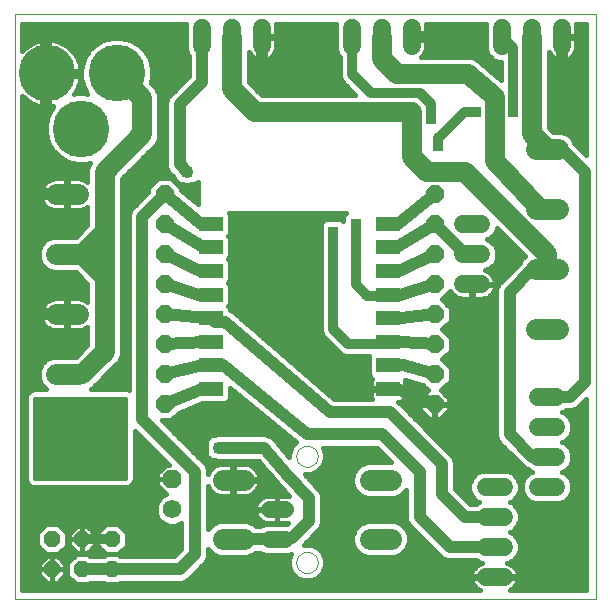
<source format=gtl>
G75*
%MOIN*%
%OFA0B0*%
%FSLAX24Y24*%
%IPPOS*%
%LPD*%
%AMOC8*
5,1,8,0,0,1.08239X$1,22.5*
%
%ADD10C,0.0000*%
%ADD11OC8,0.0520*%
%ADD12OC8,0.0620*%
%ADD13C,0.0620*%
%ADD14C,0.0560*%
%ADD15C,0.0705*%
%ADD16C,0.0600*%
%ADD17R,0.0787X0.0472*%
%ADD18OC8,0.0594*%
%ADD19C,0.1890*%
%ADD20C,0.0400*%
%ADD21C,0.0320*%
%ADD22C,0.0160*%
%ADD23R,0.0356X0.0356*%
%ADD24C,0.0660*%
%ADD25C,0.0317*%
D10*
X002107Y000113D02*
X002107Y019609D01*
X021477Y019609D01*
X021477Y000113D01*
X002107Y000113D01*
X011502Y001343D02*
X011504Y001380D01*
X011510Y001417D01*
X011519Y001453D01*
X011533Y001487D01*
X011550Y001520D01*
X011570Y001552D01*
X011593Y001581D01*
X011619Y001607D01*
X011648Y001630D01*
X011679Y001650D01*
X011713Y001667D01*
X011747Y001681D01*
X011783Y001690D01*
X011820Y001696D01*
X011857Y001698D01*
X011894Y001696D01*
X011931Y001690D01*
X011967Y001681D01*
X012001Y001667D01*
X012034Y001650D01*
X012066Y001630D01*
X012095Y001607D01*
X012121Y001581D01*
X012144Y001552D01*
X012164Y001521D01*
X012181Y001487D01*
X012195Y001453D01*
X012204Y001417D01*
X012210Y001380D01*
X012212Y001343D01*
X012210Y001306D01*
X012204Y001269D01*
X012195Y001233D01*
X012181Y001199D01*
X012164Y001166D01*
X012144Y001134D01*
X012121Y001105D01*
X012095Y001079D01*
X012066Y001056D01*
X012035Y001036D01*
X012001Y001019D01*
X011967Y001005D01*
X011931Y000996D01*
X011894Y000990D01*
X011857Y000988D01*
X011820Y000990D01*
X011783Y000996D01*
X011747Y001005D01*
X011713Y001019D01*
X011680Y001036D01*
X011648Y001056D01*
X011619Y001079D01*
X011593Y001105D01*
X011570Y001134D01*
X011550Y001165D01*
X011533Y001199D01*
X011519Y001233D01*
X011510Y001269D01*
X011504Y001306D01*
X011502Y001343D01*
X011502Y004883D02*
X011504Y004920D01*
X011510Y004957D01*
X011519Y004993D01*
X011533Y005027D01*
X011550Y005060D01*
X011570Y005092D01*
X011593Y005121D01*
X011619Y005147D01*
X011648Y005170D01*
X011679Y005190D01*
X011713Y005207D01*
X011747Y005221D01*
X011783Y005230D01*
X011820Y005236D01*
X011857Y005238D01*
X011894Y005236D01*
X011931Y005230D01*
X011967Y005221D01*
X012001Y005207D01*
X012034Y005190D01*
X012066Y005170D01*
X012095Y005147D01*
X012121Y005121D01*
X012144Y005092D01*
X012164Y005061D01*
X012181Y005027D01*
X012195Y004993D01*
X012204Y004957D01*
X012210Y004920D01*
X012212Y004883D01*
X012210Y004846D01*
X012204Y004809D01*
X012195Y004773D01*
X012181Y004739D01*
X012164Y004706D01*
X012144Y004674D01*
X012121Y004645D01*
X012095Y004619D01*
X012066Y004596D01*
X012035Y004576D01*
X012001Y004559D01*
X011967Y004545D01*
X011931Y004536D01*
X011894Y004530D01*
X011857Y004528D01*
X011820Y004530D01*
X011783Y004536D01*
X011747Y004545D01*
X011713Y004559D01*
X011680Y004576D01*
X011648Y004596D01*
X011619Y004619D01*
X011593Y004645D01*
X011570Y004674D01*
X011550Y004705D01*
X011533Y004739D01*
X011519Y004773D01*
X011510Y004809D01*
X011504Y004846D01*
X011502Y004883D01*
D11*
X005357Y002113D03*
X004357Y002113D03*
X003357Y002113D03*
X003357Y001113D03*
X004357Y001113D03*
X005357Y001113D03*
D12*
X007357Y004113D03*
D13*
X007357Y003113D03*
D14*
X010577Y003113D02*
X011137Y003113D01*
X011137Y002113D02*
X010577Y002113D01*
D15*
X009750Y002133D02*
X009045Y002133D01*
X009045Y004093D02*
X009750Y004093D01*
X013965Y004093D02*
X014670Y004093D01*
X014670Y002133D02*
X013965Y002133D01*
X019505Y009113D02*
X020210Y009113D01*
X020210Y011113D02*
X019505Y011113D01*
X019505Y013113D02*
X020210Y013113D01*
X020210Y015113D02*
X019505Y015113D01*
X004210Y013613D02*
X003505Y013613D01*
X003505Y011613D02*
X004210Y011613D01*
X004210Y009613D02*
X003505Y009613D01*
X003505Y007613D02*
X004210Y007613D01*
D16*
X008357Y018563D02*
X008357Y019163D01*
X009357Y019163D02*
X009357Y018563D01*
X010357Y018563D02*
X010357Y019163D01*
X013357Y019163D02*
X013357Y018563D01*
X014357Y018563D02*
X014357Y019163D01*
X015357Y019163D02*
X015357Y018563D01*
X018357Y018563D02*
X018357Y019163D01*
X019357Y019163D02*
X019357Y018563D01*
X020357Y018563D02*
X020357Y019163D01*
X017657Y012613D02*
X017057Y012613D01*
X017057Y011613D02*
X017657Y011613D01*
X017657Y010613D02*
X017057Y010613D01*
X019557Y006863D02*
X020157Y006863D01*
X020157Y005863D02*
X019557Y005863D01*
X019557Y004863D02*
X020157Y004863D01*
X020157Y003863D02*
X019557Y003863D01*
X018407Y003863D02*
X017807Y003863D01*
X017807Y002863D02*
X018407Y002863D01*
X018407Y001863D02*
X017807Y001863D01*
X017807Y000863D02*
X018407Y000863D01*
D17*
X014560Y007122D03*
X014560Y007910D03*
X014560Y008697D03*
X014560Y009485D03*
X014560Y010272D03*
X014560Y011059D03*
X014560Y011847D03*
X014560Y012634D03*
X008655Y012634D03*
X008655Y011847D03*
X008655Y011059D03*
X008655Y010272D03*
X008655Y009485D03*
X008655Y008697D03*
X008655Y007910D03*
X008655Y007122D03*
D18*
X007107Y007613D03*
X007107Y008613D03*
X007107Y009613D03*
X007107Y010613D03*
X007107Y011613D03*
X007107Y012613D03*
X007107Y013613D03*
X007107Y006613D03*
X016107Y006613D03*
X016107Y007613D03*
X016107Y008613D03*
X016107Y009613D03*
X016107Y010613D03*
X016107Y011613D03*
X016107Y012613D03*
X016107Y013613D03*
D19*
X005515Y017652D03*
X004334Y015801D03*
X003192Y017652D03*
D20*
X003170Y016550D02*
X003170Y018863D01*
X007607Y016613D02*
X007607Y014613D01*
X007857Y014363D01*
X007107Y013613D02*
X006357Y012863D01*
X006357Y006113D01*
X008107Y004363D01*
X008107Y001613D01*
X007607Y001113D01*
X004357Y001113D01*
X008920Y005175D02*
X010420Y005175D01*
X011232Y004238D01*
X011920Y003488D01*
X011920Y002738D01*
X011357Y002175D01*
X010920Y002175D01*
X010857Y002113D01*
X009417Y002113D01*
X009397Y002133D01*
X011857Y005613D02*
X014357Y005613D01*
X015607Y004363D01*
X015607Y002863D01*
X016607Y001863D01*
X018107Y001863D01*
X018107Y002863D02*
X017107Y002863D01*
X016357Y003613D01*
X016357Y004613D01*
X014607Y006363D01*
X012607Y006363D01*
X009107Y009363D01*
X008777Y009363D01*
X008655Y009485D01*
X008479Y009485D01*
X007107Y009613D01*
X007107Y010613D02*
X008267Y010272D01*
X008655Y010272D01*
X008655Y011059D02*
X008304Y011059D01*
X007107Y011613D01*
X007107Y012613D02*
X008389Y011863D01*
X008655Y011847D01*
X008655Y012634D02*
X008336Y012634D01*
X007107Y013613D01*
X007607Y016613D02*
X008357Y017363D01*
X008357Y018863D01*
X010357Y018863D02*
X010357Y018050D01*
X015357Y018863D02*
X016045Y018863D01*
X019857Y015113D02*
X020357Y015113D01*
X021107Y014363D01*
X021107Y007363D01*
X020607Y006863D01*
X019857Y006863D01*
X018607Y005613D02*
X019357Y004863D01*
X019857Y004863D01*
X018607Y005613D02*
X018607Y010363D01*
X019357Y011113D01*
X019857Y011113D01*
X017357Y011613D02*
X017107Y011613D01*
X016107Y012613D01*
X014842Y011847D01*
X014560Y011847D01*
X014560Y012634D02*
X014879Y012634D01*
X016107Y013613D01*
X016107Y011613D02*
X014910Y011059D01*
X014560Y011059D01*
X014560Y010272D02*
X014948Y010272D01*
X016107Y010613D01*
X016107Y009613D02*
X014985Y009485D01*
X014560Y009485D01*
X014560Y008697D02*
X015023Y008697D01*
X016107Y008613D01*
X016107Y007613D02*
X015060Y007910D01*
X014560Y007910D01*
X014560Y007122D02*
X014847Y007122D01*
X016107Y006613D01*
X011857Y005613D02*
X009060Y007910D01*
X008655Y007910D01*
X008405Y007910D01*
X007107Y007613D01*
X007107Y008613D02*
X008442Y008697D01*
X008655Y008697D01*
X008655Y007122D02*
X008367Y007122D01*
X007107Y006613D01*
X003857Y009613D02*
X002857Y009613D01*
X002920Y013613D02*
X003857Y013613D01*
X020357Y018113D02*
X020357Y018863D01*
D21*
X018732Y018488D02*
X018732Y016363D01*
X017482Y016363D02*
X017107Y016363D01*
X016232Y015488D01*
X016232Y015238D01*
X015982Y016113D02*
X015982Y016613D01*
X015607Y016988D01*
X013982Y016988D01*
X013357Y017613D01*
X013357Y018863D01*
X018357Y018863D02*
X018732Y018488D01*
X013482Y012613D02*
X013482Y010613D01*
X013857Y010238D01*
X014526Y010238D01*
X014560Y010272D01*
X014560Y008697D02*
X014475Y008613D01*
X013232Y008613D01*
X012732Y009113D01*
X012732Y012363D01*
X005357Y002113D02*
X004357Y002113D01*
D22*
X004357Y002552D01*
X004175Y002552D01*
X003917Y002295D01*
X003917Y002113D01*
X004357Y002113D01*
X004357Y002113D01*
X004357Y002112D01*
X004357Y002112D01*
X004357Y001673D01*
X004175Y001673D01*
X003917Y001930D01*
X003917Y002112D01*
X004357Y002112D01*
X004357Y001672D01*
X004540Y001673D01*
X004797Y001930D01*
X004797Y002112D01*
X004357Y002112D01*
X004357Y002113D01*
X004357Y002552D01*
X004540Y002552D01*
X004797Y002295D01*
X004797Y002113D01*
X004357Y002113D01*
X004357Y002173D02*
X004357Y002173D01*
X004357Y002015D02*
X004357Y002015D01*
X004357Y001856D02*
X004357Y001856D01*
X004357Y001698D02*
X004357Y001698D01*
X004150Y001698D02*
X003649Y001698D01*
X003564Y001613D02*
X003857Y001905D01*
X003857Y002320D01*
X003564Y002612D01*
X003150Y002612D01*
X002857Y002320D01*
X002857Y001905D01*
X003150Y001613D01*
X003564Y001613D01*
X003540Y001552D02*
X003357Y001552D01*
X003175Y001552D01*
X002917Y001295D01*
X002917Y001113D01*
X003357Y001113D01*
X003357Y001552D01*
X003357Y001113D01*
X003357Y001113D01*
X003357Y001112D01*
X003357Y001112D01*
X003357Y000673D01*
X003175Y000673D01*
X002917Y000930D01*
X002917Y001112D01*
X003357Y001112D01*
X003357Y000672D01*
X003540Y000673D01*
X003797Y000930D01*
X003797Y001112D01*
X003357Y001112D01*
X003357Y001113D01*
X003797Y001113D01*
X003797Y001295D01*
X003540Y001552D01*
X003553Y001539D02*
X004077Y001539D01*
X004150Y001612D02*
X003857Y001320D01*
X003857Y000905D01*
X004150Y000613D01*
X004564Y000613D01*
X004624Y000673D01*
X005090Y000673D01*
X005150Y000613D01*
X005564Y000613D01*
X005624Y000673D01*
X007695Y000673D01*
X007857Y000739D01*
X008357Y001239D01*
X008480Y001363D01*
X008547Y001525D01*
X008547Y001792D01*
X008709Y001630D01*
X008927Y001540D01*
X009868Y001540D01*
X010085Y001630D01*
X010128Y001673D01*
X010282Y001673D01*
X010283Y001672D01*
X010474Y001593D01*
X011241Y001593D01*
X011333Y001631D01*
X011262Y001461D01*
X011262Y001224D01*
X011353Y001005D01*
X011520Y000838D01*
X011739Y000748D01*
X011976Y000748D01*
X012194Y000838D01*
X012362Y001005D01*
X012452Y001224D01*
X012452Y001461D01*
X012362Y001680D01*
X012194Y001847D01*
X011976Y001937D01*
X011742Y001937D01*
X012293Y002488D01*
X012360Y002650D01*
X012360Y003478D01*
X012363Y003556D01*
X012360Y003565D01*
X012360Y003575D01*
X012330Y003647D01*
X012303Y003720D01*
X012297Y003728D01*
X012293Y003737D01*
X012238Y003792D01*
X011783Y004288D01*
X011976Y004288D01*
X012194Y004378D01*
X012362Y004545D01*
X012452Y004764D01*
X012452Y005001D01*
X012381Y005173D01*
X014175Y005173D01*
X014663Y004685D01*
X013847Y004685D01*
X013629Y004595D01*
X013462Y004428D01*
X013372Y004210D01*
X013372Y003975D01*
X013462Y003757D01*
X013629Y003590D01*
X013847Y003500D01*
X014788Y003500D01*
X015005Y003590D01*
X015167Y003752D01*
X015167Y002775D01*
X015234Y002613D01*
X016234Y001613D01*
X016358Y001489D01*
X016520Y001423D01*
X017484Y001423D01*
X017501Y001405D01*
X017687Y001328D01*
X017623Y001307D01*
X017556Y001273D01*
X017495Y001229D01*
X017441Y001175D01*
X017397Y001114D01*
X017362Y001047D01*
X017339Y000975D01*
X017327Y000900D01*
X017327Y000883D01*
X018087Y000883D01*
X018087Y000842D01*
X017327Y000842D01*
X017327Y000825D01*
X017339Y000750D01*
X017362Y000678D01*
X017397Y000611D01*
X017441Y000550D01*
X017495Y000496D01*
X017556Y000452D01*
X017609Y000425D01*
X002357Y000425D01*
X002357Y016896D01*
X002441Y016812D01*
X002540Y016733D01*
X002647Y016666D01*
X002761Y016611D01*
X002880Y016569D01*
X003003Y016541D01*
X003112Y016529D01*
X003112Y017572D01*
X003272Y017572D01*
X003272Y017732D01*
X003112Y017732D01*
X003112Y018775D01*
X003003Y018763D01*
X002880Y018734D01*
X002761Y018693D01*
X002647Y018638D01*
X002540Y018571D01*
X002441Y018492D01*
X002357Y018408D01*
X002357Y019300D01*
X007830Y019300D01*
X007817Y019270D01*
X007817Y018455D01*
X007899Y018257D01*
X007917Y018239D01*
X007917Y017545D01*
X007358Y016986D01*
X007234Y016862D01*
X007167Y016700D01*
X007167Y014525D01*
X007234Y014363D01*
X007439Y014158D01*
X007439Y014137D01*
X007476Y014048D01*
X007543Y013981D01*
X007631Y013944D01*
X007717Y013944D01*
X007770Y013923D01*
X007945Y013923D01*
X007998Y013944D01*
X008083Y013944D01*
X008171Y013981D01*
X008218Y014027D01*
X008218Y013291D01*
X007644Y013747D01*
X007644Y013835D01*
X007330Y014149D01*
X006885Y014149D01*
X006570Y013835D01*
X006570Y013698D01*
X005984Y013112D01*
X005917Y012950D01*
X005917Y007096D01*
X005858Y007120D01*
X004658Y007120D01*
X004680Y007129D01*
X005430Y007879D01*
X005917Y007879D01*
X005917Y007721D02*
X005271Y007721D01*
X005113Y007562D02*
X005917Y007562D01*
X005917Y007404D02*
X004954Y007404D01*
X004796Y007245D02*
X005917Y007245D01*
X005795Y006800D02*
X002795Y006800D01*
X002795Y004175D01*
X005795Y004175D01*
X005795Y006800D01*
X005795Y006770D02*
X002795Y006770D01*
X002795Y006611D02*
X005795Y006611D01*
X005795Y006453D02*
X002795Y006453D01*
X002795Y006294D02*
X005795Y006294D01*
X005795Y006136D02*
X002795Y006136D01*
X002795Y005977D02*
X005795Y005977D01*
X005795Y005819D02*
X002795Y005819D01*
X002795Y005660D02*
X005795Y005660D01*
X005795Y005502D02*
X002795Y005502D01*
X002795Y005343D02*
X005795Y005343D01*
X005795Y005185D02*
X002795Y005185D01*
X002795Y005026D02*
X005795Y005026D01*
X005795Y004868D02*
X002795Y004868D01*
X002795Y004709D02*
X005795Y004709D01*
X005795Y004551D02*
X002795Y004551D01*
X002795Y004392D02*
X005795Y004392D01*
X005795Y004234D02*
X002795Y004234D01*
X002475Y004234D02*
X002357Y004234D01*
X002357Y004392D02*
X002475Y004392D01*
X002475Y004551D02*
X002357Y004551D01*
X002357Y004709D02*
X002475Y004709D01*
X002475Y004868D02*
X002357Y004868D01*
X002357Y005026D02*
X002475Y005026D01*
X002475Y005185D02*
X002357Y005185D01*
X002357Y005343D02*
X002475Y005343D01*
X002475Y005502D02*
X002357Y005502D01*
X002357Y005660D02*
X002475Y005660D01*
X002475Y005819D02*
X002357Y005819D01*
X002357Y005977D02*
X002475Y005977D01*
X002475Y006136D02*
X002357Y006136D01*
X002357Y006294D02*
X002475Y006294D01*
X002475Y006453D02*
X002357Y006453D01*
X002357Y006611D02*
X002475Y006611D01*
X002475Y006770D02*
X002357Y006770D01*
X002475Y006864D02*
X002524Y006981D01*
X002614Y007071D01*
X002731Y007120D01*
X003159Y007120D01*
X003002Y007277D01*
X002912Y007495D01*
X002912Y007730D01*
X003002Y007948D01*
X003169Y008115D01*
X003387Y008205D01*
X004144Y008205D01*
X004537Y008599D01*
X004537Y009192D01*
X004489Y009157D01*
X004414Y009119D01*
X004334Y009093D01*
X004252Y009080D01*
X003895Y009080D01*
X003895Y009575D01*
X003820Y009575D01*
X003820Y009080D01*
X003463Y009080D01*
X003380Y009093D01*
X003300Y009119D01*
X003226Y009157D01*
X003158Y009206D01*
X003099Y009266D01*
X003049Y009333D01*
X003011Y009408D01*
X002985Y009488D01*
X002972Y009571D01*
X002972Y009575D01*
X003820Y009575D01*
X003820Y009650D01*
X003820Y010145D01*
X003463Y010145D01*
X003380Y010132D01*
X003300Y010106D01*
X003226Y010068D01*
X003158Y010019D01*
X003099Y009959D01*
X003049Y009892D01*
X003011Y009817D01*
X002985Y009737D01*
X002972Y009654D01*
X002972Y009650D01*
X003820Y009650D01*
X003895Y009650D01*
X003895Y010145D01*
X004252Y010145D01*
X004334Y010132D01*
X004414Y010106D01*
X004489Y010068D01*
X004537Y010033D01*
X004537Y010626D01*
X004144Y011020D01*
X003387Y011020D01*
X003169Y011110D01*
X003002Y011277D01*
X002912Y011495D01*
X002912Y011730D01*
X003002Y011948D01*
X003169Y012115D01*
X003387Y012205D01*
X004144Y012205D01*
X004537Y012599D01*
X004537Y013192D01*
X004489Y013157D01*
X004414Y013119D01*
X004334Y013093D01*
X004252Y013080D01*
X003895Y013080D01*
X003895Y013575D01*
X003820Y013575D01*
X003820Y013080D01*
X003463Y013080D01*
X003380Y013093D01*
X003300Y013119D01*
X003226Y013157D01*
X003158Y013206D01*
X003099Y013266D01*
X003049Y013333D01*
X003011Y013408D01*
X002985Y013488D01*
X002972Y013571D01*
X002972Y013575D01*
X003820Y013575D01*
X003820Y013650D01*
X003820Y014145D01*
X003463Y014145D01*
X003380Y014132D01*
X003300Y014106D01*
X003226Y014068D01*
X003158Y014019D01*
X003099Y013959D01*
X003049Y013892D01*
X003011Y013817D01*
X002985Y013737D01*
X002972Y013654D01*
X002972Y013650D01*
X003820Y013650D01*
X003895Y013650D01*
X003895Y014145D01*
X004252Y014145D01*
X004334Y014132D01*
X004414Y014106D01*
X004489Y014068D01*
X004537Y014033D01*
X004537Y014476D01*
X004609Y014649D01*
X004490Y014617D01*
X004178Y014617D01*
X003876Y014697D01*
X003606Y014853D01*
X003386Y015074D01*
X003230Y015344D01*
X003149Y015645D01*
X003149Y015957D01*
X003230Y016259D01*
X003386Y016529D01*
X003403Y016546D01*
X003381Y016541D01*
X003272Y016529D01*
X003272Y017572D01*
X004315Y017572D01*
X004303Y017463D01*
X004275Y017340D01*
X004233Y017221D01*
X004178Y017107D01*
X004111Y017000D01*
X004079Y016960D01*
X004178Y016986D01*
X004490Y016986D01*
X004538Y016973D01*
X004411Y017195D01*
X004330Y017496D01*
X004330Y017808D01*
X004411Y018109D01*
X004567Y018379D01*
X004787Y018600D01*
X005057Y018756D01*
X005359Y018837D01*
X005671Y018837D01*
X005972Y018756D01*
X006242Y018600D01*
X006463Y018379D01*
X006619Y018109D01*
X006700Y017808D01*
X006700Y017496D01*
X006653Y017320D01*
X006841Y017132D01*
X006927Y016923D01*
X006927Y015499D01*
X006841Y015290D01*
X006680Y015129D01*
X005677Y014126D01*
X005677Y008249D01*
X005591Y008040D01*
X005430Y007879D01*
X005588Y008038D02*
X005917Y008038D01*
X005917Y008196D02*
X005655Y008196D01*
X005677Y008355D02*
X005917Y008355D01*
X005917Y008513D02*
X005677Y008513D01*
X005677Y008672D02*
X005917Y008672D01*
X005917Y008830D02*
X005677Y008830D01*
X005677Y008989D02*
X005917Y008989D01*
X005917Y009147D02*
X005677Y009147D01*
X005677Y009306D02*
X005917Y009306D01*
X005917Y009464D02*
X005677Y009464D01*
X005677Y009623D02*
X005917Y009623D01*
X005917Y009781D02*
X005677Y009781D01*
X005677Y009940D02*
X005917Y009940D01*
X005917Y010098D02*
X005677Y010098D01*
X005677Y010257D02*
X005917Y010257D01*
X005917Y010415D02*
X005677Y010415D01*
X005677Y010574D02*
X005917Y010574D01*
X005917Y010732D02*
X005677Y010732D01*
X005677Y010891D02*
X005917Y010891D01*
X005917Y011049D02*
X005677Y011049D01*
X005677Y011208D02*
X005917Y011208D01*
X005917Y011366D02*
X005677Y011366D01*
X005677Y011525D02*
X005917Y011525D01*
X005917Y011683D02*
X005677Y011683D01*
X005677Y011842D02*
X005917Y011842D01*
X005917Y012000D02*
X005677Y012000D01*
X005677Y012159D02*
X005917Y012159D01*
X005917Y012317D02*
X005677Y012317D01*
X005677Y012476D02*
X005917Y012476D01*
X005917Y012634D02*
X005677Y012634D01*
X005677Y012793D02*
X005917Y012793D01*
X005918Y012951D02*
X005677Y012951D01*
X005677Y013110D02*
X005983Y013110D01*
X006141Y013268D02*
X005677Y013268D01*
X005677Y013427D02*
X006299Y013427D01*
X006458Y013585D02*
X005677Y013585D01*
X005677Y013744D02*
X006570Y013744D01*
X006638Y013902D02*
X005677Y013902D01*
X005677Y014061D02*
X006796Y014061D01*
X007228Y014378D02*
X005928Y014378D01*
X006087Y014536D02*
X007167Y014536D01*
X007167Y014695D02*
X006245Y014695D01*
X006404Y014853D02*
X007167Y014853D01*
X007167Y015012D02*
X006562Y015012D01*
X006721Y015170D02*
X007167Y015170D01*
X007167Y015329D02*
X006857Y015329D01*
X006922Y015487D02*
X007167Y015487D01*
X007167Y015646D02*
X006927Y015646D01*
X006927Y015804D02*
X007167Y015804D01*
X007167Y015963D02*
X006927Y015963D01*
X006927Y016121D02*
X007167Y016121D01*
X007167Y016280D02*
X006927Y016280D01*
X006927Y016438D02*
X007167Y016438D01*
X007167Y016597D02*
X006927Y016597D01*
X006927Y016755D02*
X007190Y016755D01*
X007286Y016914D02*
X006927Y016914D01*
X006865Y017072D02*
X007445Y017072D01*
X007603Y017231D02*
X006742Y017231D01*
X006671Y017389D02*
X007762Y017389D01*
X007917Y017548D02*
X006700Y017548D01*
X006700Y017706D02*
X007917Y017706D01*
X007917Y017865D02*
X006684Y017865D01*
X006642Y018023D02*
X007917Y018023D01*
X007917Y018182D02*
X006577Y018182D01*
X006486Y018340D02*
X007865Y018340D01*
X007817Y018499D02*
X006344Y018499D01*
X006144Y018657D02*
X007817Y018657D01*
X007817Y018816D02*
X005750Y018816D01*
X005280Y018816D02*
X002357Y018816D01*
X002357Y018974D02*
X007817Y018974D01*
X007817Y019133D02*
X002357Y019133D01*
X002357Y019291D02*
X007826Y019291D01*
X009927Y018349D02*
X009927Y017349D01*
X010343Y016932D01*
X013472Y016932D01*
X013131Y017273D01*
X013131Y017273D01*
X013018Y017386D01*
X012957Y017533D01*
X012957Y018199D01*
X012899Y018257D01*
X012817Y018455D01*
X012817Y019270D01*
X012830Y019300D01*
X010817Y019300D01*
X010825Y019275D01*
X010837Y019200D01*
X010837Y018883D01*
X010377Y018883D01*
X010377Y018842D01*
X010377Y018083D01*
X010395Y018083D01*
X010470Y018094D01*
X010542Y018118D01*
X010609Y018152D01*
X010670Y018196D01*
X010723Y018250D01*
X010768Y018311D01*
X010802Y018378D01*
X010825Y018450D01*
X010837Y018525D01*
X010837Y018842D01*
X010377Y018842D01*
X010337Y018842D01*
X010337Y018083D01*
X010320Y018083D01*
X010245Y018094D01*
X010173Y018118D01*
X010106Y018152D01*
X010045Y018196D01*
X009991Y018250D01*
X009947Y018311D01*
X009927Y018349D01*
X009927Y018340D02*
X009932Y018340D01*
X009927Y018182D02*
X010065Y018182D01*
X009927Y018023D02*
X012957Y018023D01*
X012957Y017865D02*
X009927Y017865D01*
X009927Y017706D02*
X012957Y017706D01*
X012957Y017548D02*
X009927Y017548D01*
X009927Y017389D02*
X013017Y017389D01*
X013174Y017231D02*
X010045Y017231D01*
X010204Y017072D02*
X013332Y017072D01*
X012957Y018182D02*
X010650Y018182D01*
X010783Y018340D02*
X012865Y018340D01*
X012817Y018499D02*
X010833Y018499D01*
X010837Y018657D02*
X012817Y018657D01*
X012817Y018816D02*
X010837Y018816D01*
X010837Y018974D02*
X012817Y018974D01*
X012817Y019133D02*
X010837Y019133D01*
X010820Y019291D02*
X012826Y019291D01*
X010377Y018816D02*
X010337Y018816D01*
X010337Y018657D02*
X010377Y018657D01*
X010377Y018499D02*
X010337Y018499D01*
X010337Y018340D02*
X010377Y018340D01*
X010377Y018182D02*
X010337Y018182D01*
X007379Y014219D02*
X005770Y014219D01*
X004537Y014219D02*
X002357Y014219D01*
X002357Y014061D02*
X003215Y014061D01*
X003057Y013902D02*
X002357Y013902D01*
X002357Y013744D02*
X002987Y013744D01*
X003005Y013427D02*
X002357Y013427D01*
X002357Y013585D02*
X003820Y013585D01*
X003820Y013427D02*
X003895Y013427D01*
X003895Y013268D02*
X003820Y013268D01*
X003820Y013110D02*
X003895Y013110D01*
X004385Y013110D02*
X004537Y013110D01*
X004537Y012951D02*
X002357Y012951D01*
X002357Y012793D02*
X004537Y012793D01*
X004537Y012634D02*
X002357Y012634D01*
X002357Y012476D02*
X004414Y012476D01*
X004256Y012317D02*
X002357Y012317D01*
X002357Y012159D02*
X003275Y012159D01*
X003054Y012000D02*
X002357Y012000D01*
X002357Y011842D02*
X002958Y011842D01*
X002912Y011683D02*
X002357Y011683D01*
X002357Y011525D02*
X002912Y011525D01*
X002966Y011366D02*
X002357Y011366D01*
X002357Y011208D02*
X003072Y011208D01*
X003317Y011049D02*
X002357Y011049D01*
X002357Y010891D02*
X004273Y010891D01*
X004432Y010732D02*
X002357Y010732D01*
X002357Y010574D02*
X004537Y010574D01*
X004537Y010415D02*
X002357Y010415D01*
X002357Y010257D02*
X004537Y010257D01*
X004537Y010098D02*
X004430Y010098D01*
X003895Y010098D02*
X003820Y010098D01*
X003820Y009940D02*
X003895Y009940D01*
X003895Y009781D02*
X003820Y009781D01*
X003820Y009623D02*
X002357Y009623D01*
X002357Y009781D02*
X003000Y009781D01*
X003084Y009940D02*
X002357Y009940D01*
X002357Y010098D02*
X003285Y010098D01*
X002993Y009464D02*
X002357Y009464D01*
X002357Y009306D02*
X003070Y009306D01*
X003245Y009147D02*
X002357Y009147D01*
X002357Y008989D02*
X004537Y008989D01*
X004537Y009147D02*
X004469Y009147D01*
X004537Y008830D02*
X002357Y008830D01*
X002357Y008672D02*
X004537Y008672D01*
X004452Y008513D02*
X002357Y008513D01*
X002357Y008355D02*
X004293Y008355D01*
X003895Y009147D02*
X003820Y009147D01*
X003820Y009306D02*
X003895Y009306D01*
X003895Y009464D02*
X003820Y009464D01*
X003365Y008196D02*
X002357Y008196D01*
X002357Y008038D02*
X003092Y008038D01*
X002974Y007879D02*
X002357Y007879D01*
X002357Y007721D02*
X002912Y007721D01*
X002912Y007562D02*
X002357Y007562D01*
X002357Y007404D02*
X002950Y007404D01*
X003034Y007245D02*
X002357Y007245D01*
X002357Y007087D02*
X002650Y007087D01*
X002501Y006928D02*
X002357Y006928D01*
X002475Y006864D02*
X002475Y004111D01*
X002524Y003994D01*
X002614Y003904D01*
X002731Y003855D01*
X005858Y003855D01*
X005976Y003904D01*
X006066Y003994D01*
X006115Y004111D01*
X006115Y005733D01*
X007245Y004602D01*
X007154Y004602D01*
X006867Y004315D01*
X006867Y004113D01*
X007357Y004113D01*
X007357Y004112D01*
X006867Y004112D01*
X006867Y003910D01*
X007153Y003623D01*
X007046Y003579D01*
X006891Y003424D01*
X006807Y003222D01*
X006807Y003003D01*
X006891Y002801D01*
X007046Y002646D01*
X007248Y002563D01*
X007467Y002563D01*
X007667Y002646D01*
X007667Y001795D01*
X007425Y001552D01*
X005624Y001552D01*
X005564Y001612D01*
X005150Y001612D01*
X005090Y001552D01*
X004624Y001552D01*
X004564Y001612D01*
X004150Y001612D01*
X003918Y001381D02*
X003712Y001381D01*
X003797Y001222D02*
X003857Y001222D01*
X003857Y001064D02*
X003797Y001064D01*
X003772Y000905D02*
X003858Y000905D01*
X004016Y000747D02*
X003614Y000747D01*
X003357Y000747D02*
X003357Y000747D01*
X003357Y000905D02*
X003357Y000905D01*
X003357Y001064D02*
X003357Y001064D01*
X003357Y001222D02*
X003357Y001222D01*
X003357Y001381D02*
X003357Y001381D01*
X003357Y001539D02*
X003357Y001539D01*
X003162Y001539D02*
X002357Y001539D01*
X002357Y001381D02*
X003003Y001381D01*
X002917Y001222D02*
X002357Y001222D01*
X002357Y001064D02*
X002917Y001064D01*
X002943Y000905D02*
X002357Y000905D01*
X002357Y000747D02*
X003101Y000747D01*
X002357Y000588D02*
X017413Y000588D01*
X017340Y000747D02*
X007864Y000747D01*
X008022Y000905D02*
X011453Y000905D01*
X011329Y001064D02*
X008181Y001064D01*
X008339Y001222D02*
X011263Y001222D01*
X011262Y001381D02*
X008487Y001381D01*
X008547Y001539D02*
X011295Y001539D01*
X011819Y002015D02*
X013372Y002015D01*
X013462Y001797D01*
X013629Y001630D01*
X013847Y001540D01*
X014788Y001540D01*
X015005Y001630D01*
X015172Y001797D01*
X015262Y002015D01*
X015262Y002250D01*
X015172Y002468D01*
X015005Y002635D01*
X014788Y002725D01*
X013847Y002725D01*
X013629Y002635D01*
X013462Y002468D01*
X013372Y002250D01*
X013372Y002015D01*
X013372Y002173D02*
X011978Y002173D01*
X012136Y002332D02*
X013406Y002332D01*
X013484Y002490D02*
X012294Y002490D01*
X012359Y002649D02*
X013662Y002649D01*
X013438Y001856D02*
X012172Y001856D01*
X012344Y001698D02*
X013562Y001698D01*
X012420Y001539D02*
X016309Y001539D01*
X016150Y001698D02*
X015073Y001698D01*
X015197Y001856D02*
X015992Y001856D01*
X015833Y002015D02*
X015262Y002015D01*
X015262Y002173D02*
X015675Y002173D01*
X015516Y002332D02*
X015229Y002332D01*
X015150Y002490D02*
X015358Y002490D01*
X015220Y002649D02*
X014972Y002649D01*
X015167Y002807D02*
X012360Y002807D01*
X012360Y002966D02*
X015167Y002966D01*
X015167Y003124D02*
X012360Y003124D01*
X012360Y003283D02*
X015167Y003283D01*
X015167Y003441D02*
X012360Y003441D01*
X012350Y003600D02*
X013620Y003600D01*
X013462Y003758D02*
X012272Y003758D01*
X012123Y003917D02*
X013396Y003917D01*
X013372Y004075D02*
X011978Y004075D01*
X011833Y004234D02*
X013382Y004234D01*
X013448Y004392D02*
X012208Y004392D01*
X012364Y004551D02*
X013585Y004551D01*
X014322Y005026D02*
X012442Y005026D01*
X012452Y004868D02*
X014480Y004868D01*
X014639Y004709D02*
X012429Y004709D01*
X011483Y005350D02*
X011353Y005220D01*
X011262Y005001D01*
X011262Y004875D01*
X010799Y005409D01*
X010793Y005424D01*
X010742Y005475D01*
X010695Y005529D01*
X010680Y005537D01*
X010669Y005548D01*
X010603Y005575D01*
X010538Y005608D01*
X010522Y005609D01*
X010507Y005615D01*
X010435Y005615D01*
X010364Y005620D01*
X010348Y005615D01*
X008832Y005615D01*
X008779Y005593D01*
X008694Y005593D01*
X008606Y005557D01*
X008538Y005489D01*
X008502Y005401D01*
X008502Y005315D01*
X008480Y005263D01*
X008480Y005087D01*
X008502Y005035D01*
X008502Y004949D01*
X008538Y004861D01*
X008606Y004793D01*
X008694Y004757D01*
X008779Y004757D01*
X008832Y004735D01*
X010219Y004735D01*
X010847Y004011D01*
X010849Y004005D01*
X010904Y003945D01*
X010957Y003883D01*
X010963Y003880D01*
X011260Y003556D01*
X011245Y003561D01*
X011173Y003572D01*
X010867Y003572D01*
X010867Y003123D01*
X010847Y003123D01*
X010847Y003572D01*
X010541Y003572D01*
X010470Y003561D01*
X010401Y003539D01*
X010336Y003506D01*
X010278Y003463D01*
X010226Y003412D01*
X010184Y003354D01*
X010151Y003289D01*
X010129Y003220D01*
X010117Y003149D01*
X010117Y003123D01*
X010847Y003123D01*
X010847Y003102D01*
X010867Y003102D01*
X010867Y002652D01*
X011173Y002653D01*
X011220Y002660D01*
X011193Y002632D01*
X010474Y002632D01*
X010283Y002553D01*
X010282Y002552D01*
X010168Y002552D01*
X010085Y002635D01*
X009868Y002725D01*
X008927Y002725D01*
X008709Y002635D01*
X008547Y002473D01*
X008547Y003900D01*
X008551Y003888D01*
X008589Y003813D01*
X008639Y003746D01*
X008698Y003686D01*
X008766Y003637D01*
X008840Y003599D01*
X008920Y003573D01*
X009003Y003560D01*
X009360Y003560D01*
X009360Y004055D01*
X009435Y004055D01*
X009435Y004130D01*
X010282Y004130D01*
X010282Y004134D01*
X010269Y004217D01*
X010243Y004297D01*
X010205Y004372D01*
X010156Y004439D01*
X010097Y004499D01*
X010029Y004548D01*
X009954Y004586D01*
X009874Y004612D01*
X009792Y004625D01*
X009435Y004625D01*
X009435Y004130D01*
X009360Y004130D01*
X009360Y004625D01*
X009003Y004625D01*
X008920Y004612D01*
X008840Y004586D01*
X008766Y004548D01*
X008698Y004499D01*
X008639Y004439D01*
X008589Y004372D01*
X008551Y004297D01*
X008547Y004285D01*
X008547Y004450D01*
X008480Y004612D01*
X007016Y006076D01*
X007330Y006076D01*
X007585Y006331D01*
X008363Y006646D01*
X009096Y006646D01*
X009184Y006683D01*
X009252Y006750D01*
X009288Y006838D01*
X009288Y007153D01*
X011483Y005350D01*
X011476Y005343D02*
X010856Y005343D01*
X010719Y005502D02*
X011299Y005502D01*
X011106Y005660D02*
X007432Y005660D01*
X007274Y005819D02*
X010913Y005819D01*
X010720Y005977D02*
X007115Y005977D01*
X007390Y006136D02*
X010527Y006136D01*
X010334Y006294D02*
X007548Y006294D01*
X007885Y006453D02*
X010141Y006453D01*
X009948Y006611D02*
X008277Y006611D01*
X009260Y006770D02*
X009755Y006770D01*
X009562Y006928D02*
X009288Y006928D01*
X009288Y007087D02*
X009369Y007087D01*
X008551Y005502D02*
X007591Y005502D01*
X007749Y005343D02*
X008502Y005343D01*
X008480Y005185D02*
X007908Y005185D01*
X008066Y005026D02*
X008502Y005026D01*
X008535Y004868D02*
X008225Y004868D01*
X008383Y004709D02*
X010241Y004709D01*
X010379Y004551D02*
X010024Y004551D01*
X010190Y004392D02*
X010516Y004392D01*
X010653Y004234D02*
X010264Y004234D01*
X010282Y004055D02*
X009435Y004055D01*
X009435Y003560D01*
X009792Y003560D01*
X009874Y003573D01*
X009954Y003599D01*
X010029Y003637D01*
X010097Y003686D01*
X010156Y003746D01*
X010205Y003813D01*
X010243Y003888D01*
X010269Y003968D01*
X010282Y004051D01*
X010282Y004055D01*
X010253Y003917D02*
X010928Y003917D01*
X010791Y004075D02*
X009435Y004075D01*
X009435Y003917D02*
X009360Y003917D01*
X009360Y003758D02*
X009435Y003758D01*
X009435Y003600D02*
X009360Y003600D01*
X008839Y003600D02*
X008547Y003600D01*
X008547Y003758D02*
X008630Y003758D01*
X008547Y003441D02*
X010255Y003441D01*
X010149Y003283D02*
X008547Y003283D01*
X008547Y003124D02*
X010117Y003124D01*
X010117Y003102D02*
X010117Y003076D01*
X010129Y003005D01*
X010151Y002936D01*
X010184Y002871D01*
X010226Y002813D01*
X010278Y002762D01*
X010336Y002719D01*
X010401Y002686D01*
X010470Y002664D01*
X010541Y002653D01*
X010847Y002653D01*
X010847Y003102D01*
X010117Y003102D01*
X010141Y002966D02*
X008547Y002966D01*
X008547Y002807D02*
X010232Y002807D01*
X010052Y002649D02*
X011209Y002649D01*
X010867Y002807D02*
X010847Y002807D01*
X010847Y002966D02*
X010867Y002966D01*
X010867Y003124D02*
X010847Y003124D01*
X010847Y003283D02*
X010867Y003283D01*
X010867Y003441D02*
X010847Y003441D01*
X011075Y003758D02*
X010165Y003758D01*
X009955Y003600D02*
X011220Y003600D01*
X011273Y005026D02*
X011131Y005026D01*
X010994Y005185D02*
X011338Y005185D01*
X012770Y006802D02*
X009406Y009686D01*
X009357Y009736D01*
X009340Y009742D01*
X009327Y009754D01*
X009288Y009766D01*
X009288Y009769D01*
X009252Y009857D01*
X009230Y009878D01*
X009252Y009900D01*
X009288Y009988D01*
X009288Y010556D01*
X009252Y010644D01*
X009230Y010666D01*
X009252Y010687D01*
X009288Y010775D01*
X009288Y011343D01*
X009252Y011432D01*
X009230Y011453D01*
X009252Y011475D01*
X009288Y011563D01*
X009288Y012131D01*
X009252Y012219D01*
X009230Y012240D01*
X009252Y012262D01*
X009288Y012350D01*
X009288Y012918D01*
X009261Y012985D01*
X013159Y012985D01*
X013101Y012927D01*
X013064Y012838D01*
X013064Y012726D01*
X013046Y012744D01*
X012958Y012781D01*
X012506Y012781D01*
X012418Y012744D01*
X012351Y012677D01*
X012314Y012588D01*
X012314Y012137D01*
X012332Y012093D01*
X012332Y009033D01*
X012393Y008886D01*
X012893Y008386D01*
X013006Y008273D01*
X013153Y008213D01*
X013934Y008213D01*
X013926Y008194D01*
X013926Y007626D01*
X013963Y007538D01*
X014027Y007474D01*
X014022Y007469D01*
X013999Y007428D01*
X013986Y007382D01*
X013986Y007160D01*
X014522Y007160D01*
X014522Y007084D01*
X013986Y007084D01*
X013986Y006862D01*
X013999Y006817D01*
X014007Y006802D01*
X012770Y006802D01*
X012624Y006928D02*
X013986Y006928D01*
X013986Y007245D02*
X012254Y007245D01*
X012439Y007087D02*
X014522Y007087D01*
X014598Y007087D02*
X015874Y007087D01*
X015885Y007076D02*
X015896Y007076D01*
X015630Y006810D01*
X015630Y006631D01*
X016089Y006631D01*
X016089Y006594D01*
X016126Y006594D01*
X016126Y006631D01*
X016584Y006631D01*
X016584Y006810D01*
X016318Y007076D01*
X016330Y007076D01*
X016644Y007390D01*
X016644Y007835D01*
X016367Y008113D01*
X016644Y008390D01*
X016644Y008835D01*
X016367Y009113D01*
X016644Y009390D01*
X016644Y009835D01*
X016367Y010113D01*
X016636Y010382D01*
X016647Y010361D01*
X016691Y010300D01*
X016745Y010246D01*
X016806Y010202D01*
X016873Y010168D01*
X016945Y010144D01*
X017020Y010133D01*
X017337Y010133D01*
X017337Y010592D01*
X017377Y010592D01*
X017377Y010132D01*
X017695Y010133D01*
X017770Y010144D01*
X017842Y010168D01*
X017909Y010202D01*
X017970Y010246D01*
X018023Y010300D01*
X018068Y010361D01*
X018102Y010428D01*
X018125Y010500D01*
X018137Y010575D01*
X018137Y010592D01*
X017377Y010592D01*
X017377Y010633D01*
X018137Y010633D01*
X018137Y010650D01*
X018125Y010725D01*
X018102Y010797D01*
X018068Y010864D01*
X018023Y010925D01*
X017970Y010979D01*
X017909Y011023D01*
X017842Y011057D01*
X017778Y011078D01*
X017963Y011155D01*
X018115Y011307D01*
X018197Y011505D01*
X018197Y011720D01*
X018115Y011918D01*
X017963Y012070D01*
X017861Y012113D01*
X017963Y012155D01*
X018115Y012307D01*
X018186Y012478D01*
X019109Y011555D01*
X019002Y011448D01*
X018954Y011332D01*
X018358Y010736D01*
X018234Y010612D01*
X018167Y010450D01*
X018167Y005525D01*
X018234Y005363D01*
X018984Y004613D01*
X019108Y004489D01*
X019208Y004448D01*
X019251Y004405D01*
X019353Y004363D01*
X019251Y004320D01*
X019099Y004168D01*
X019017Y003970D01*
X019017Y003755D01*
X019099Y003557D01*
X019251Y003405D01*
X019450Y003323D01*
X020265Y003323D01*
X020463Y003405D01*
X020615Y003557D01*
X020697Y003755D01*
X020697Y003970D01*
X020615Y004168D01*
X020463Y004320D01*
X020361Y004363D01*
X020463Y004405D01*
X020615Y004557D01*
X020697Y004755D01*
X020697Y004970D01*
X020615Y005168D01*
X020463Y005320D01*
X020361Y005363D01*
X020463Y005405D01*
X020615Y005557D01*
X020697Y005755D01*
X020697Y005970D01*
X020615Y006168D01*
X020463Y006320D01*
X020361Y006363D01*
X020463Y006405D01*
X020481Y006423D01*
X020695Y006423D01*
X020857Y006489D01*
X020980Y006613D01*
X021170Y006803D01*
X021170Y000425D01*
X018606Y000425D01*
X018659Y000452D01*
X018720Y000496D01*
X018773Y000550D01*
X018818Y000611D01*
X018852Y000678D01*
X018875Y000750D01*
X018887Y000825D01*
X018887Y000842D01*
X018127Y000842D01*
X018127Y000883D01*
X018887Y000883D01*
X018887Y000900D01*
X018875Y000975D01*
X018852Y001047D01*
X018818Y001114D01*
X018773Y001175D01*
X018720Y001229D01*
X018659Y001273D01*
X018592Y001307D01*
X018528Y001328D01*
X018713Y001405D01*
X018865Y001557D01*
X018947Y001755D01*
X018947Y001970D01*
X018865Y002168D01*
X018713Y002320D01*
X018611Y002363D01*
X018713Y002405D01*
X018865Y002557D01*
X018947Y002755D01*
X018947Y002970D01*
X018865Y003168D01*
X018713Y003320D01*
X018611Y003363D01*
X018713Y003405D01*
X018865Y003557D01*
X018947Y003755D01*
X018947Y003970D01*
X018865Y004168D01*
X018713Y004320D01*
X018515Y004402D01*
X017700Y004402D01*
X017501Y004320D01*
X017349Y004168D01*
X017267Y003970D01*
X017267Y003755D01*
X017349Y003557D01*
X017501Y003405D01*
X017603Y003363D01*
X017501Y003320D01*
X017484Y003302D01*
X017290Y003302D01*
X016797Y003795D01*
X016797Y004700D01*
X016730Y004862D01*
X014980Y006612D01*
X014886Y006706D01*
X014977Y006706D01*
X015023Y006718D01*
X015064Y006742D01*
X015098Y006776D01*
X015121Y006817D01*
X015134Y006862D01*
X015134Y007084D01*
X014598Y007084D01*
X014598Y007160D01*
X015134Y007160D01*
X015134Y007382D01*
X015121Y007428D01*
X015117Y007436D01*
X015686Y007275D01*
X015885Y007076D01*
X015748Y006928D02*
X015134Y006928D01*
X015092Y006770D02*
X015630Y006770D01*
X015630Y006594D02*
X015630Y006415D01*
X015910Y006136D01*
X016089Y006136D01*
X016089Y006594D01*
X015630Y006594D01*
X015630Y006453D02*
X015140Y006453D01*
X014981Y006611D02*
X016089Y006611D01*
X016126Y006611D02*
X018167Y006611D01*
X018167Y006453D02*
X016584Y006453D01*
X016584Y006415D02*
X016584Y006594D01*
X016126Y006594D01*
X016126Y006136D01*
X016305Y006136D01*
X016584Y006415D01*
X016463Y006294D02*
X018167Y006294D01*
X018167Y006136D02*
X015457Y006136D01*
X015298Y006294D02*
X015751Y006294D01*
X015615Y005977D02*
X018167Y005977D01*
X018167Y005819D02*
X015774Y005819D01*
X015932Y005660D02*
X018167Y005660D01*
X018177Y005502D02*
X016091Y005502D01*
X016249Y005343D02*
X018255Y005343D01*
X018413Y005185D02*
X016408Y005185D01*
X016566Y005026D02*
X018572Y005026D01*
X018730Y004868D02*
X016725Y004868D01*
X016794Y004709D02*
X018889Y004709D01*
X019047Y004551D02*
X016797Y004551D01*
X016797Y004392D02*
X017675Y004392D01*
X017415Y004234D02*
X016797Y004234D01*
X016797Y004075D02*
X017311Y004075D01*
X017267Y003917D02*
X016797Y003917D01*
X016834Y003758D02*
X017267Y003758D01*
X017332Y003600D02*
X016993Y003600D01*
X017151Y003441D02*
X017465Y003441D01*
X018540Y004392D02*
X019282Y004392D01*
X019165Y004234D02*
X018800Y004234D01*
X018904Y004075D02*
X019061Y004075D01*
X019017Y003917D02*
X018947Y003917D01*
X018947Y003758D02*
X019017Y003758D01*
X019082Y003600D02*
X018883Y003600D01*
X018749Y003441D02*
X019215Y003441D01*
X018883Y003124D02*
X021170Y003124D01*
X021170Y002966D02*
X018947Y002966D01*
X018947Y002807D02*
X021170Y002807D01*
X021170Y002649D02*
X018903Y002649D01*
X018798Y002490D02*
X021170Y002490D01*
X021170Y002332D02*
X018686Y002332D01*
X018860Y002173D02*
X021170Y002173D01*
X021170Y002015D02*
X018929Y002015D01*
X018947Y001856D02*
X021170Y001856D01*
X021170Y001698D02*
X018923Y001698D01*
X018847Y001539D02*
X021170Y001539D01*
X021170Y001381D02*
X018655Y001381D01*
X018727Y001222D02*
X021170Y001222D01*
X021170Y001064D02*
X018844Y001064D01*
X018887Y000905D02*
X021170Y000905D01*
X021170Y000747D02*
X018874Y000747D01*
X018801Y000588D02*
X021170Y000588D01*
X021170Y000430D02*
X018615Y000430D01*
X017600Y000430D02*
X002357Y000430D01*
X002357Y001698D02*
X003065Y001698D01*
X002907Y001856D02*
X002357Y001856D01*
X002357Y002015D02*
X002857Y002015D01*
X002857Y002173D02*
X002357Y002173D01*
X002357Y002332D02*
X002869Y002332D01*
X003028Y002490D02*
X002357Y002490D01*
X002357Y002649D02*
X007043Y002649D01*
X006889Y002807D02*
X002357Y002807D01*
X002357Y002966D02*
X006823Y002966D01*
X006807Y003124D02*
X002357Y003124D01*
X002357Y003283D02*
X006832Y003283D01*
X006908Y003441D02*
X002357Y003441D01*
X002357Y003600D02*
X007096Y003600D01*
X007019Y003758D02*
X002357Y003758D01*
X002357Y003917D02*
X002601Y003917D01*
X002490Y004075D02*
X002357Y004075D01*
X003687Y002490D02*
X004113Y002490D01*
X003954Y002332D02*
X003845Y002332D01*
X003857Y002173D02*
X003917Y002173D01*
X003917Y002015D02*
X003857Y002015D01*
X003808Y001856D02*
X003992Y001856D01*
X004565Y001698D02*
X005065Y001698D01*
X005150Y001613D02*
X004857Y001905D01*
X004857Y002320D01*
X005150Y002612D01*
X005564Y002612D01*
X005857Y002320D01*
X005857Y001905D01*
X005564Y001613D01*
X005150Y001613D01*
X004907Y001856D02*
X004723Y001856D01*
X004797Y002015D02*
X004857Y002015D01*
X004857Y002173D02*
X004797Y002173D01*
X004761Y002332D02*
X004869Y002332D01*
X005028Y002490D02*
X004602Y002490D01*
X004357Y002490D02*
X004357Y002490D01*
X004357Y002332D02*
X004357Y002332D01*
X005687Y002490D02*
X007667Y002490D01*
X007667Y002332D02*
X005845Y002332D01*
X005857Y002173D02*
X007667Y002173D01*
X007667Y002015D02*
X005857Y002015D01*
X005808Y001856D02*
X007667Y001856D01*
X007570Y001698D02*
X005649Y001698D01*
X005989Y003917D02*
X006867Y003917D01*
X006867Y004075D02*
X006100Y004075D01*
X006115Y004234D02*
X006867Y004234D01*
X006944Y004392D02*
X006115Y004392D01*
X006115Y004551D02*
X007102Y004551D01*
X007139Y004709D02*
X006115Y004709D01*
X006115Y004868D02*
X006980Y004868D01*
X006822Y005026D02*
X006115Y005026D01*
X006115Y005185D02*
X006663Y005185D01*
X006505Y005343D02*
X006115Y005343D01*
X006115Y005502D02*
X006346Y005502D01*
X006188Y005660D02*
X006115Y005660D01*
X008506Y004551D02*
X008771Y004551D01*
X008604Y004392D02*
X008547Y004392D01*
X009360Y004392D02*
X009435Y004392D01*
X009435Y004234D02*
X009360Y004234D01*
X009360Y004551D02*
X009435Y004551D01*
X008742Y002649D02*
X008547Y002649D01*
X008547Y002490D02*
X008564Y002490D01*
X008547Y001698D02*
X008642Y001698D01*
X008357Y001239D02*
X008357Y001239D01*
X012261Y000905D02*
X017328Y000905D01*
X017371Y001064D02*
X012386Y001064D01*
X012451Y001222D02*
X017488Y001222D01*
X017560Y001381D02*
X012452Y001381D01*
X015015Y003600D02*
X015167Y003600D01*
X016089Y006294D02*
X016126Y006294D01*
X016126Y006453D02*
X016089Y006453D01*
X016584Y006770D02*
X018167Y006770D01*
X018167Y006928D02*
X016466Y006928D01*
X016341Y007087D02*
X018167Y007087D01*
X018167Y007245D02*
X016499Y007245D01*
X016644Y007404D02*
X018167Y007404D01*
X018167Y007562D02*
X016644Y007562D01*
X016644Y007721D02*
X018167Y007721D01*
X018167Y007879D02*
X016600Y007879D01*
X016441Y008038D02*
X018167Y008038D01*
X018167Y008196D02*
X016450Y008196D01*
X016609Y008355D02*
X018167Y008355D01*
X018167Y008513D02*
X016644Y008513D01*
X016644Y008672D02*
X018167Y008672D01*
X018167Y008830D02*
X016644Y008830D01*
X016490Y008989D02*
X018167Y008989D01*
X018167Y009147D02*
X016401Y009147D01*
X016560Y009306D02*
X018167Y009306D01*
X018167Y009464D02*
X016644Y009464D01*
X016644Y009623D02*
X018167Y009623D01*
X018167Y009781D02*
X016644Y009781D01*
X016539Y009940D02*
X018167Y009940D01*
X018167Y010098D02*
X016381Y010098D01*
X016511Y010257D02*
X016734Y010257D01*
X017337Y010257D02*
X017377Y010257D01*
X017377Y010415D02*
X017337Y010415D01*
X017337Y010574D02*
X017377Y010574D01*
X017980Y010257D02*
X018167Y010257D01*
X018167Y010415D02*
X018095Y010415D01*
X018137Y010574D02*
X018218Y010574D01*
X018123Y010732D02*
X018355Y010732D01*
X018513Y010891D02*
X018049Y010891D01*
X017858Y011049D02*
X018672Y011049D01*
X018830Y011208D02*
X018016Y011208D01*
X018140Y011366D02*
X018968Y011366D01*
X019079Y011525D02*
X018197Y011525D01*
X018197Y011683D02*
X018981Y011683D01*
X018822Y011842D02*
X018147Y011842D01*
X018033Y012000D02*
X018664Y012000D01*
X018505Y012159D02*
X017967Y012159D01*
X018119Y012317D02*
X018347Y012317D01*
X018188Y012476D02*
X018185Y012476D01*
X020922Y015170D02*
X021170Y015170D01*
X021170Y015012D02*
X021081Y015012D01*
X021170Y014922D02*
X020760Y015332D01*
X020712Y015448D01*
X020545Y015615D01*
X020328Y015705D01*
X020071Y015705D01*
X019927Y015849D01*
X019927Y018349D01*
X019947Y018311D01*
X019991Y018250D01*
X020045Y018196D01*
X020106Y018152D01*
X020173Y018118D01*
X020245Y018094D01*
X020320Y018083D01*
X020337Y018083D01*
X020337Y018842D01*
X020377Y018842D01*
X020377Y018083D01*
X020395Y018083D01*
X020470Y018094D01*
X020542Y018118D01*
X020609Y018152D01*
X020670Y018196D01*
X020723Y018250D01*
X020768Y018311D01*
X020802Y018378D01*
X020825Y018450D01*
X020837Y018525D01*
X020837Y018842D01*
X020377Y018842D01*
X020377Y018883D01*
X020837Y018883D01*
X020837Y019200D01*
X020825Y019275D01*
X020817Y019300D01*
X021170Y019300D01*
X021170Y014922D01*
X021170Y015329D02*
X020764Y015329D01*
X020673Y015487D02*
X021170Y015487D01*
X021170Y015646D02*
X020471Y015646D01*
X019972Y015804D02*
X021170Y015804D01*
X021170Y015963D02*
X019927Y015963D01*
X019927Y016121D02*
X021170Y016121D01*
X021170Y016280D02*
X019927Y016280D01*
X019927Y016438D02*
X021170Y016438D01*
X021170Y016597D02*
X019927Y016597D01*
X019927Y016755D02*
X021170Y016755D01*
X021170Y016914D02*
X019927Y016914D01*
X019927Y017072D02*
X021170Y017072D01*
X021170Y017231D02*
X019927Y017231D01*
X019927Y017389D02*
X021170Y017389D01*
X021170Y017548D02*
X019927Y017548D01*
X019927Y017706D02*
X021170Y017706D01*
X021170Y017865D02*
X019927Y017865D01*
X019927Y018023D02*
X021170Y018023D01*
X021170Y018182D02*
X020650Y018182D01*
X020783Y018340D02*
X021170Y018340D01*
X021170Y018499D02*
X020833Y018499D01*
X020837Y018657D02*
X021170Y018657D01*
X021170Y018816D02*
X020837Y018816D01*
X020837Y018974D02*
X021170Y018974D01*
X021170Y019133D02*
X020837Y019133D01*
X020820Y019291D02*
X021170Y019291D01*
X020377Y018816D02*
X020337Y018816D01*
X020337Y018657D02*
X020377Y018657D01*
X020377Y018499D02*
X020337Y018499D01*
X020337Y018340D02*
X020377Y018340D01*
X020377Y018182D02*
X020337Y018182D01*
X020065Y018182D02*
X019927Y018182D01*
X019927Y018340D02*
X019932Y018340D01*
X018332Y018023D02*
X018332Y017420D01*
X017620Y018031D01*
X017555Y018096D01*
X017534Y018104D01*
X017517Y018119D01*
X017430Y018147D01*
X017346Y018182D01*
X017323Y018182D01*
X017302Y018190D01*
X017210Y018182D01*
X015651Y018182D01*
X015670Y018196D01*
X015723Y018250D01*
X015768Y018311D01*
X015802Y018378D01*
X015825Y018450D01*
X015837Y018525D01*
X015837Y018842D01*
X015377Y018842D01*
X015377Y018883D01*
X015837Y018883D01*
X015837Y019200D01*
X015825Y019275D01*
X015817Y019300D01*
X017830Y019300D01*
X017817Y019270D01*
X017817Y018455D01*
X017899Y018257D01*
X018051Y018105D01*
X018250Y018023D01*
X018332Y018023D01*
X018249Y018023D02*
X017629Y018023D01*
X017814Y017865D02*
X018332Y017865D01*
X018332Y017706D02*
X017999Y017706D01*
X018184Y017548D02*
X018332Y017548D01*
X017975Y018182D02*
X017348Y018182D01*
X017865Y018340D02*
X015783Y018340D01*
X015833Y018499D02*
X017817Y018499D01*
X017817Y018657D02*
X015837Y018657D01*
X015837Y018816D02*
X017817Y018816D01*
X017817Y018974D02*
X015837Y018974D01*
X015837Y019133D02*
X017817Y019133D01*
X017826Y019291D02*
X015820Y019291D01*
X013125Y012951D02*
X009275Y012951D01*
X009288Y012793D02*
X013064Y012793D01*
X012333Y012634D02*
X009288Y012634D01*
X009288Y012476D02*
X012314Y012476D01*
X012314Y012317D02*
X009274Y012317D01*
X009277Y012159D02*
X012314Y012159D01*
X012332Y012000D02*
X009288Y012000D01*
X009288Y011842D02*
X012332Y011842D01*
X012332Y011683D02*
X009288Y011683D01*
X009272Y011525D02*
X012332Y011525D01*
X012332Y011366D02*
X009279Y011366D01*
X009288Y011208D02*
X012332Y011208D01*
X012332Y011049D02*
X009288Y011049D01*
X009288Y010891D02*
X012332Y010891D01*
X012332Y010732D02*
X009270Y010732D01*
X009281Y010574D02*
X012332Y010574D01*
X012332Y010415D02*
X009288Y010415D01*
X009288Y010257D02*
X012332Y010257D01*
X012332Y010098D02*
X009288Y010098D01*
X009268Y009940D02*
X012332Y009940D01*
X012332Y009781D02*
X009283Y009781D01*
X009480Y009623D02*
X012332Y009623D01*
X012332Y009464D02*
X009665Y009464D01*
X009850Y009306D02*
X012332Y009306D01*
X012332Y009147D02*
X010035Y009147D01*
X010220Y008989D02*
X012351Y008989D01*
X012449Y008830D02*
X010405Y008830D01*
X010590Y008672D02*
X012608Y008672D01*
X012766Y008513D02*
X010774Y008513D01*
X010959Y008355D02*
X012925Y008355D01*
X013953Y007562D02*
X011884Y007562D01*
X012069Y007404D02*
X013992Y007404D01*
X013926Y007721D02*
X011699Y007721D01*
X011514Y007879D02*
X013926Y007879D01*
X013926Y008038D02*
X011329Y008038D01*
X011144Y008196D02*
X013927Y008196D01*
X015128Y007404D02*
X015232Y007404D01*
X015134Y007245D02*
X015716Y007245D01*
X014980Y006612D02*
X014980Y006612D01*
X018751Y003283D02*
X021170Y003283D01*
X021170Y003441D02*
X020499Y003441D01*
X020633Y003600D02*
X021170Y003600D01*
X021170Y003758D02*
X020697Y003758D01*
X020697Y003917D02*
X021170Y003917D01*
X021170Y004075D02*
X020654Y004075D01*
X020550Y004234D02*
X021170Y004234D01*
X021170Y004392D02*
X020432Y004392D01*
X020609Y004551D02*
X021170Y004551D01*
X021170Y004709D02*
X020678Y004709D01*
X020697Y004868D02*
X021170Y004868D01*
X021170Y005026D02*
X020674Y005026D01*
X020599Y005185D02*
X021170Y005185D01*
X021170Y005343D02*
X020408Y005343D01*
X020560Y005502D02*
X021170Y005502D01*
X021170Y005660D02*
X020658Y005660D01*
X020697Y005819D02*
X021170Y005819D01*
X021170Y005977D02*
X020694Y005977D01*
X020629Y006136D02*
X021170Y006136D01*
X021170Y006294D02*
X020489Y006294D01*
X020767Y006453D02*
X021170Y006453D01*
X021170Y006611D02*
X020978Y006611D01*
X021137Y006770D02*
X021170Y006770D01*
X008218Y013427D02*
X008047Y013427D01*
X008218Y013585D02*
X007848Y013585D01*
X007649Y013744D02*
X008218Y013744D01*
X008218Y013902D02*
X007577Y013902D01*
X007471Y014061D02*
X007418Y014061D01*
X004537Y014061D02*
X004499Y014061D01*
X004537Y014378D02*
X002357Y014378D01*
X002357Y014536D02*
X004562Y014536D01*
X003887Y014695D02*
X002357Y014695D01*
X002357Y014853D02*
X003607Y014853D01*
X003448Y015012D02*
X002357Y015012D01*
X002357Y015170D02*
X003330Y015170D01*
X003239Y015329D02*
X002357Y015329D01*
X002357Y015487D02*
X003191Y015487D01*
X003149Y015646D02*
X002357Y015646D01*
X002357Y015804D02*
X003149Y015804D01*
X003150Y015963D02*
X002357Y015963D01*
X002357Y016121D02*
X003193Y016121D01*
X003241Y016280D02*
X002357Y016280D01*
X002357Y016438D02*
X003333Y016438D01*
X003272Y016597D02*
X003112Y016597D01*
X003112Y016755D02*
X003272Y016755D01*
X003272Y016914D02*
X003112Y016914D01*
X003112Y017072D02*
X003272Y017072D01*
X003272Y017231D02*
X003112Y017231D01*
X003112Y017389D02*
X003272Y017389D01*
X003272Y017548D02*
X003112Y017548D01*
X003272Y017706D02*
X004330Y017706D01*
X004315Y017732D02*
X004303Y017841D01*
X004275Y017964D01*
X004233Y018083D01*
X004178Y018197D01*
X004111Y018304D01*
X004032Y018403D01*
X003943Y018492D01*
X003844Y018571D01*
X003737Y018638D01*
X003623Y018693D01*
X003504Y018734D01*
X003381Y018763D01*
X003272Y018775D01*
X003272Y017732D01*
X004315Y017732D01*
X004297Y017865D02*
X004345Y017865D01*
X004388Y018023D02*
X004254Y018023D01*
X004185Y018182D02*
X004452Y018182D01*
X004544Y018340D02*
X004082Y018340D01*
X003934Y018499D02*
X004686Y018499D01*
X004886Y018657D02*
X003697Y018657D01*
X003272Y018657D02*
X003112Y018657D01*
X003112Y018499D02*
X003272Y018499D01*
X003272Y018340D02*
X003112Y018340D01*
X003112Y018182D02*
X003272Y018182D01*
X003272Y018023D02*
X003112Y018023D01*
X003112Y017865D02*
X003272Y017865D01*
X002449Y018499D02*
X002357Y018499D01*
X002357Y018657D02*
X002687Y018657D01*
X004312Y017548D02*
X004330Y017548D01*
X004359Y017389D02*
X004286Y017389D01*
X004236Y017231D02*
X004401Y017231D01*
X004481Y017072D02*
X004156Y017072D01*
X002802Y016597D02*
X002357Y016597D01*
X002357Y016755D02*
X002512Y016755D01*
X003820Y014061D02*
X003895Y014061D01*
X003895Y013902D02*
X003820Y013902D01*
X003820Y013744D02*
X003895Y013744D01*
X003330Y013110D02*
X002357Y013110D01*
X002357Y013268D02*
X003097Y013268D01*
D23*
X007857Y014363D03*
X012732Y012363D03*
X013482Y012613D03*
X016232Y015238D03*
X015982Y016113D03*
X017482Y016363D03*
X018732Y016363D03*
X008920Y005175D03*
X005920Y003550D03*
D24*
X004357Y007613D02*
X003857Y007613D01*
X004357Y007613D02*
X005107Y008363D01*
X005107Y010863D01*
X004357Y011613D01*
X005107Y012363D01*
X005107Y014363D01*
X006357Y015613D01*
X006357Y016809D01*
X005515Y017652D01*
X009357Y017113D02*
X009357Y018863D01*
X009357Y017113D02*
X010107Y016363D01*
X015357Y016363D01*
X015357Y014863D01*
X015857Y014363D01*
X017107Y014363D01*
X019857Y011613D01*
X019857Y011113D01*
X019857Y013113D02*
X019607Y013113D01*
X018107Y014738D01*
X018107Y016863D01*
X017232Y017613D01*
X014857Y017613D01*
X014357Y018113D01*
X014357Y018863D01*
X019357Y018863D02*
X019357Y015613D01*
X019857Y015113D01*
X005107Y012363D02*
X005107Y011613D01*
X004357Y011613D01*
X003857Y011613D01*
X005107Y011613D02*
X005107Y010863D01*
D25*
X005232Y006613D03*
X004857Y006613D03*
X004482Y006613D03*
X004107Y006613D03*
X003732Y006613D03*
X003357Y006613D03*
X002982Y006613D03*
X002982Y006238D03*
X003357Y006238D03*
X003357Y005863D03*
X002982Y005863D03*
X002982Y005488D03*
X002982Y005113D03*
X003357Y005113D03*
X003357Y005488D03*
X003732Y005488D03*
X003732Y005113D03*
X004107Y005113D03*
X004107Y005488D03*
X004482Y005488D03*
X004482Y005113D03*
X004857Y005113D03*
X004857Y005488D03*
X005232Y005488D03*
X005232Y005113D03*
X005607Y005113D03*
X005607Y005488D03*
X005607Y005863D03*
X005607Y006238D03*
X005607Y006613D03*
X005232Y006238D03*
X005232Y005863D03*
X005232Y004738D03*
X004857Y004738D03*
X004482Y004738D03*
X004107Y004738D03*
X003732Y004738D03*
X003357Y004738D03*
X002982Y004738D03*
X002982Y004363D03*
X003357Y004363D03*
X003732Y004363D03*
X004107Y004363D03*
X004482Y004363D03*
X004857Y004363D03*
X005232Y004363D03*
X005607Y004363D03*
X005607Y004738D03*
M02*

</source>
